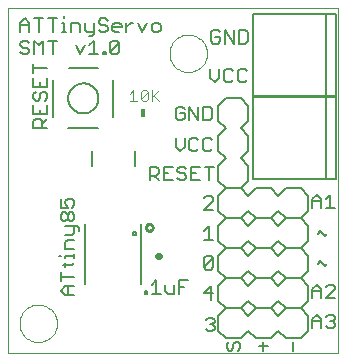
<source format=gto>
G75*
G70*
%OFA0B0*%
%FSLAX24Y24*%
%IPPOS*%
%LPD*%
%AMOC8*
5,1,8,0,0,1.08239X$1,22.5*
%
%ADD10C,0.0000*%
%ADD11C,0.0050*%
%ADD12C,0.0100*%
%ADD13C,0.0080*%
%ADD14R,0.0180X0.0300*%
%ADD15C,0.0040*%
%ADD16C,0.0060*%
%ADD17C,0.0220*%
D10*
X000150Y000550D02*
X000150Y012050D01*
X011150Y012050D01*
X011150Y000550D01*
X000150Y000550D01*
X000525Y001550D02*
X000527Y001600D01*
X000533Y001649D01*
X000543Y001698D01*
X000556Y001745D01*
X000574Y001792D01*
X000595Y001837D01*
X000619Y001880D01*
X000647Y001921D01*
X000678Y001960D01*
X000712Y001996D01*
X000749Y002030D01*
X000789Y002060D01*
X000830Y002087D01*
X000874Y002111D01*
X000919Y002131D01*
X000966Y002147D01*
X001014Y002160D01*
X001063Y002169D01*
X001113Y002174D01*
X001162Y002175D01*
X001212Y002172D01*
X001261Y002165D01*
X001310Y002154D01*
X001357Y002140D01*
X001403Y002121D01*
X001448Y002099D01*
X001491Y002074D01*
X001531Y002045D01*
X001569Y002013D01*
X001605Y001979D01*
X001638Y001941D01*
X001667Y001901D01*
X001693Y001859D01*
X001716Y001815D01*
X001735Y001769D01*
X001751Y001722D01*
X001763Y001673D01*
X001771Y001624D01*
X001775Y001575D01*
X001775Y001525D01*
X001771Y001476D01*
X001763Y001427D01*
X001751Y001378D01*
X001735Y001331D01*
X001716Y001285D01*
X001693Y001241D01*
X001667Y001199D01*
X001638Y001159D01*
X001605Y001121D01*
X001569Y001087D01*
X001531Y001055D01*
X001491Y001026D01*
X001448Y001001D01*
X001403Y000979D01*
X001357Y000960D01*
X001310Y000946D01*
X001261Y000935D01*
X001212Y000928D01*
X001162Y000925D01*
X001113Y000926D01*
X001063Y000931D01*
X001014Y000940D01*
X000966Y000953D01*
X000919Y000969D01*
X000874Y000989D01*
X000830Y001013D01*
X000789Y001040D01*
X000749Y001070D01*
X000712Y001104D01*
X000678Y001140D01*
X000647Y001179D01*
X000619Y001220D01*
X000595Y001263D01*
X000574Y001308D01*
X000556Y001355D01*
X000543Y001402D01*
X000533Y001451D01*
X000527Y001500D01*
X000525Y001550D01*
X005525Y010550D02*
X005527Y010600D01*
X005533Y010649D01*
X005543Y010698D01*
X005556Y010745D01*
X005574Y010792D01*
X005595Y010837D01*
X005619Y010880D01*
X005647Y010921D01*
X005678Y010960D01*
X005712Y010996D01*
X005749Y011030D01*
X005789Y011060D01*
X005830Y011087D01*
X005874Y011111D01*
X005919Y011131D01*
X005966Y011147D01*
X006014Y011160D01*
X006063Y011169D01*
X006113Y011174D01*
X006162Y011175D01*
X006212Y011172D01*
X006261Y011165D01*
X006310Y011154D01*
X006357Y011140D01*
X006403Y011121D01*
X006448Y011099D01*
X006491Y011074D01*
X006531Y011045D01*
X006569Y011013D01*
X006605Y010979D01*
X006638Y010941D01*
X006667Y010901D01*
X006693Y010859D01*
X006716Y010815D01*
X006735Y010769D01*
X006751Y010722D01*
X006763Y010673D01*
X006771Y010624D01*
X006775Y010575D01*
X006775Y010525D01*
X006771Y010476D01*
X006763Y010427D01*
X006751Y010378D01*
X006735Y010331D01*
X006716Y010285D01*
X006693Y010241D01*
X006667Y010199D01*
X006638Y010159D01*
X006605Y010121D01*
X006569Y010087D01*
X006531Y010055D01*
X006491Y010026D01*
X006448Y010001D01*
X006403Y009979D01*
X006357Y009960D01*
X006310Y009946D01*
X006261Y009935D01*
X006212Y009928D01*
X006162Y009925D01*
X006113Y009926D01*
X006063Y009931D01*
X006014Y009940D01*
X005966Y009953D01*
X005919Y009969D01*
X005874Y009989D01*
X005830Y010013D01*
X005789Y010040D01*
X005749Y010070D01*
X005712Y010104D01*
X005678Y010140D01*
X005647Y010179D01*
X005619Y010220D01*
X005595Y010263D01*
X005574Y010308D01*
X005556Y010355D01*
X005543Y010402D01*
X005533Y010451D01*
X005527Y010500D01*
X005525Y010550D01*
D11*
X005154Y011265D02*
X005004Y011265D01*
X004929Y011340D01*
X004929Y011490D01*
X005004Y011565D01*
X005154Y011565D01*
X005229Y011490D01*
X005229Y011340D01*
X005154Y011265D01*
X004769Y011565D02*
X004618Y011265D01*
X004468Y011565D01*
X004310Y011565D02*
X004235Y011565D01*
X004085Y011415D01*
X004085Y011265D02*
X004085Y011565D01*
X003925Y011490D02*
X003925Y011415D01*
X003624Y011415D01*
X003624Y011340D02*
X003624Y011490D01*
X003699Y011565D01*
X003849Y011565D01*
X003925Y011490D01*
X003849Y011265D02*
X003699Y011265D01*
X003624Y011340D01*
X003464Y011340D02*
X003464Y011415D01*
X003389Y011490D01*
X003239Y011490D01*
X003164Y011565D01*
X003164Y011640D01*
X003239Y011715D01*
X003389Y011715D01*
X003464Y011640D01*
X003464Y011340D02*
X003389Y011265D01*
X003239Y011265D01*
X003164Y011340D01*
X003004Y011265D02*
X002779Y011265D01*
X002703Y011340D01*
X002703Y011565D01*
X002543Y011490D02*
X002543Y011265D01*
X002543Y011490D02*
X002468Y011565D01*
X002243Y011565D01*
X002243Y011265D01*
X002086Y011265D02*
X001936Y011265D01*
X002011Y011265D02*
X002011Y011565D01*
X001936Y011565D01*
X002011Y011715D02*
X002011Y011790D01*
X001776Y011715D02*
X001476Y011715D01*
X001316Y011715D02*
X001015Y011715D01*
X001166Y011715D02*
X001166Y011265D01*
X000855Y011265D02*
X000855Y011565D01*
X000705Y011715D01*
X000555Y011565D01*
X000555Y011265D01*
X000555Y011490D02*
X000855Y011490D01*
X000780Y010965D02*
X000630Y010965D01*
X000555Y010890D01*
X000555Y010815D01*
X000630Y010740D01*
X000780Y010740D01*
X000855Y010665D01*
X000855Y010590D01*
X000780Y010515D01*
X000630Y010515D01*
X000555Y010590D01*
X000855Y010890D02*
X000780Y010965D01*
X001015Y010965D02*
X001166Y010815D01*
X001316Y010965D01*
X001316Y010515D01*
X001015Y010515D02*
X001015Y010965D01*
X001476Y010965D02*
X001776Y010965D01*
X001626Y010965D02*
X001626Y010515D01*
X001435Y010047D02*
X000985Y010047D01*
X000985Y009897D02*
X000985Y010197D01*
X000985Y009736D02*
X000985Y009436D01*
X001435Y009436D01*
X001435Y009736D01*
X001210Y009586D02*
X001210Y009436D01*
X001285Y009276D02*
X001360Y009276D01*
X001435Y009201D01*
X001435Y009051D01*
X001360Y008976D01*
X001210Y009051D02*
X001210Y009201D01*
X001285Y009276D01*
X001060Y009276D02*
X000985Y009201D01*
X000985Y009051D01*
X001060Y008976D01*
X001135Y008976D01*
X001210Y009051D01*
X001435Y008816D02*
X001435Y008515D01*
X000985Y008515D01*
X000985Y008816D01*
X001210Y008666D02*
X001210Y008515D01*
X001210Y008355D02*
X001060Y008355D01*
X000985Y008280D01*
X000985Y008055D01*
X001435Y008055D01*
X001285Y008055D02*
X001285Y008280D01*
X001210Y008355D01*
X001285Y008205D02*
X001435Y008355D01*
X002547Y010515D02*
X002697Y010815D01*
X002857Y010815D02*
X003007Y010965D01*
X003007Y010515D01*
X002857Y010515D02*
X003157Y010515D01*
X003317Y010515D02*
X003392Y010515D01*
X003392Y010590D01*
X003317Y010590D01*
X003317Y010515D01*
X003548Y010590D02*
X003848Y010890D01*
X003848Y010590D01*
X003773Y010515D01*
X003623Y010515D01*
X003548Y010590D01*
X003548Y010890D01*
X003623Y010965D01*
X003773Y010965D01*
X003848Y010890D01*
X003004Y011190D02*
X002929Y011115D01*
X002854Y011115D01*
X003004Y011190D02*
X003004Y011565D01*
X002397Y010815D02*
X002547Y010515D01*
X001626Y011265D02*
X001626Y011715D01*
X005725Y008700D02*
X005725Y008400D01*
X005800Y008325D01*
X005950Y008325D01*
X006025Y008400D01*
X006025Y008550D01*
X005875Y008550D01*
X005725Y008700D02*
X005800Y008775D01*
X005950Y008775D01*
X006025Y008700D01*
X006185Y008775D02*
X006486Y008325D01*
X006486Y008775D01*
X006646Y008775D02*
X006871Y008775D01*
X006946Y008700D01*
X006946Y008400D01*
X006871Y008325D01*
X006646Y008325D01*
X006646Y008775D01*
X006185Y008775D02*
X006185Y008325D01*
X006260Y007745D02*
X006185Y007670D01*
X006185Y007370D01*
X006260Y007295D01*
X006411Y007295D01*
X006486Y007370D01*
X006646Y007370D02*
X006646Y007670D01*
X006721Y007745D01*
X006871Y007745D01*
X006946Y007670D01*
X006946Y007370D02*
X006871Y007295D01*
X006721Y007295D01*
X006646Y007370D01*
X006486Y007670D02*
X006411Y007745D01*
X006260Y007745D01*
X006025Y007745D02*
X006025Y007445D01*
X005875Y007295D01*
X005725Y007445D01*
X005725Y007745D01*
X005626Y006775D02*
X005325Y006775D01*
X005325Y006325D01*
X005626Y006325D01*
X005786Y006400D02*
X005861Y006325D01*
X006011Y006325D01*
X006086Y006400D01*
X006086Y006475D01*
X006011Y006550D01*
X005861Y006550D01*
X005786Y006625D01*
X005786Y006700D01*
X005861Y006775D01*
X006011Y006775D01*
X006086Y006700D01*
X006246Y006775D02*
X006246Y006325D01*
X006546Y006325D01*
X006396Y006550D02*
X006246Y006550D01*
X006246Y006775D02*
X006546Y006775D01*
X006707Y006775D02*
X007007Y006775D01*
X006857Y006775D02*
X006857Y006325D01*
X006900Y005795D02*
X006750Y005795D01*
X006675Y005720D01*
X006900Y005795D02*
X006975Y005720D01*
X006975Y005645D01*
X006675Y005345D01*
X006975Y005345D01*
X006825Y004795D02*
X006825Y004345D01*
X006675Y004345D02*
X006975Y004345D01*
X006675Y004645D02*
X006825Y004795D01*
X006750Y003795D02*
X006900Y003795D01*
X006975Y003720D01*
X006675Y003420D01*
X006750Y003345D01*
X006900Y003345D01*
X006975Y003420D01*
X006975Y003720D01*
X006750Y003795D02*
X006675Y003720D01*
X006675Y003420D01*
X006146Y002995D02*
X005846Y002995D01*
X005846Y002545D01*
X005686Y002545D02*
X005686Y002845D01*
X005846Y002770D02*
X005996Y002770D01*
X005686Y002545D02*
X005461Y002545D01*
X005386Y002620D01*
X005386Y002845D01*
X005225Y002545D02*
X004925Y002545D01*
X005075Y002545D02*
X005075Y002995D01*
X004925Y002845D01*
X004770Y002620D02*
X004770Y002545D01*
X004695Y002545D01*
X004695Y002620D01*
X004770Y002620D01*
X006675Y002570D02*
X006975Y002570D01*
X006900Y002345D02*
X006900Y002795D01*
X006675Y002570D01*
X006800Y001745D02*
X006950Y001745D01*
X007025Y001670D01*
X007025Y001595D01*
X006950Y001520D01*
X007025Y001445D01*
X007025Y001370D01*
X006950Y001295D01*
X006800Y001295D01*
X006725Y001370D01*
X006875Y001520D02*
X006950Y001520D01*
X006725Y001670D02*
X006800Y001745D01*
X007500Y000945D02*
X007425Y000870D01*
X007425Y000720D01*
X007500Y000645D01*
X007575Y000645D01*
X007650Y000720D01*
X007650Y000870D01*
X007725Y000945D01*
X007800Y000945D01*
X007875Y000870D01*
X007875Y000720D01*
X007800Y000645D01*
X008500Y000795D02*
X008800Y000795D01*
X008650Y000645D02*
X008650Y000945D01*
X009650Y000945D02*
X009650Y000645D01*
X010275Y001395D02*
X010275Y001695D01*
X010425Y001845D01*
X010575Y001695D01*
X010575Y001395D01*
X010735Y001470D02*
X010810Y001395D01*
X010961Y001395D01*
X011036Y001470D01*
X011036Y001545D01*
X010961Y001620D01*
X010886Y001620D01*
X010961Y001620D02*
X011036Y001695D01*
X011036Y001770D01*
X010961Y001845D01*
X010810Y001845D01*
X010735Y001770D01*
X010575Y001620D02*
X010275Y001620D01*
X010275Y002395D02*
X010275Y002695D01*
X010425Y002845D01*
X010575Y002695D01*
X010575Y002395D01*
X010735Y002395D02*
X011036Y002695D01*
X011036Y002770D01*
X010961Y002845D01*
X010810Y002845D01*
X010735Y002770D01*
X010575Y002620D02*
X010275Y002620D01*
X010735Y002395D02*
X011036Y002395D01*
X010700Y003470D02*
X010775Y003545D01*
X010700Y003470D02*
X010550Y003620D01*
X010475Y003545D01*
X010700Y004470D02*
X010775Y004545D01*
X010700Y004470D02*
X010550Y004620D01*
X010475Y004545D01*
X010575Y005395D02*
X010575Y005695D01*
X010425Y005845D01*
X010275Y005695D01*
X010275Y005395D01*
X010275Y005620D02*
X010575Y005620D01*
X010735Y005695D02*
X010886Y005845D01*
X010886Y005395D01*
X011036Y005395D02*
X010735Y005395D01*
X008031Y009585D02*
X007881Y009585D01*
X007806Y009660D01*
X007806Y009960D01*
X007881Y010035D01*
X008031Y010035D01*
X008106Y009960D01*
X008106Y009660D02*
X008031Y009585D01*
X007646Y009660D02*
X007571Y009585D01*
X007420Y009585D01*
X007345Y009660D01*
X007345Y009960D01*
X007420Y010035D01*
X007571Y010035D01*
X007646Y009960D01*
X007185Y010035D02*
X007185Y009735D01*
X007035Y009585D01*
X006885Y009735D01*
X006885Y010035D01*
X006980Y010875D02*
X006905Y010950D01*
X006905Y011250D01*
X006980Y011325D01*
X007130Y011325D01*
X007205Y011250D01*
X007205Y011100D02*
X007055Y011100D01*
X007205Y011100D02*
X007205Y010950D01*
X007130Y010875D01*
X006980Y010875D01*
X007365Y010875D02*
X007365Y011325D01*
X007666Y010875D01*
X007666Y011325D01*
X007826Y011325D02*
X008051Y011325D01*
X008126Y011250D01*
X008126Y010950D01*
X008051Y010875D01*
X007826Y010875D01*
X007826Y011325D01*
X005090Y006775D02*
X004865Y006775D01*
X004865Y006325D01*
X004865Y006475D02*
X005090Y006475D01*
X005165Y006550D01*
X005165Y006700D01*
X005090Y006775D01*
X005015Y006475D02*
X005165Y006325D01*
X005325Y006550D02*
X005476Y006550D01*
X002505Y004715D02*
X002505Y004640D01*
X002505Y004715D02*
X002430Y004790D01*
X002055Y004790D01*
X002055Y004950D02*
X001980Y004950D01*
X001905Y005025D01*
X001905Y005176D01*
X001980Y005251D01*
X002055Y005251D01*
X002130Y005176D01*
X002130Y005025D01*
X002055Y004950D01*
X002130Y005025D02*
X002205Y004950D01*
X002280Y004950D01*
X002355Y005025D01*
X002355Y005176D01*
X002280Y005251D01*
X002205Y005251D01*
X002130Y005176D01*
X002130Y005411D02*
X001905Y005411D01*
X001905Y005711D01*
X002055Y005636D02*
X002055Y005561D01*
X002130Y005411D01*
X002280Y005411D02*
X002355Y005486D01*
X002355Y005636D01*
X002280Y005711D01*
X002130Y005711D01*
X002055Y005636D01*
X002355Y004790D02*
X002355Y004565D01*
X002280Y004490D01*
X002055Y004490D01*
X002130Y004330D02*
X002355Y004330D01*
X002130Y004330D02*
X002055Y004255D01*
X002055Y004030D01*
X002355Y004030D01*
X002355Y003873D02*
X002355Y003723D01*
X002355Y003798D02*
X002055Y003798D01*
X002055Y003723D01*
X002055Y003566D02*
X002055Y003416D01*
X001980Y003491D02*
X002280Y003491D01*
X002355Y003566D01*
X002355Y003106D02*
X001905Y003106D01*
X001905Y003256D02*
X001905Y002955D01*
X002055Y002795D02*
X002355Y002795D01*
X002130Y002795D02*
X002130Y002495D01*
X002055Y002495D02*
X001905Y002645D01*
X002055Y002795D01*
X002055Y002495D02*
X002355Y002495D01*
X001905Y003798D02*
X001830Y003798D01*
D12*
X004738Y004750D02*
X004740Y004771D01*
X004746Y004790D01*
X004755Y004809D01*
X004767Y004825D01*
X004783Y004839D01*
X004800Y004850D01*
X004819Y004858D01*
X004840Y004862D01*
X004860Y004862D01*
X004881Y004858D01*
X004900Y004850D01*
X004917Y004839D01*
X004933Y004825D01*
X004945Y004809D01*
X004954Y004790D01*
X004960Y004771D01*
X004962Y004750D01*
X004960Y004729D01*
X004954Y004710D01*
X004945Y004691D01*
X004933Y004675D01*
X004917Y004661D01*
X004900Y004650D01*
X004881Y004642D01*
X004860Y004638D01*
X004840Y004638D01*
X004819Y004642D01*
X004800Y004650D01*
X004783Y004661D01*
X004767Y004675D01*
X004755Y004691D01*
X004746Y004710D01*
X004740Y004729D01*
X004738Y004750D01*
D13*
X004303Y004540D02*
X004305Y004555D01*
X004311Y004568D01*
X004320Y004580D01*
X004331Y004589D01*
X004345Y004595D01*
X004360Y004597D01*
X004375Y004595D01*
X004388Y004589D01*
X004400Y004580D01*
X004409Y004569D01*
X004415Y004555D01*
X004417Y004540D01*
X004415Y004525D01*
X004409Y004512D01*
X004400Y004500D01*
X004389Y004491D01*
X004375Y004485D01*
X004360Y004483D01*
X004345Y004485D01*
X004332Y004491D01*
X004320Y004500D01*
X004311Y004511D01*
X004305Y004525D01*
X004303Y004540D01*
X004359Y006794D02*
X004359Y007306D01*
X003650Y008444D02*
X003650Y009656D01*
X003138Y010050D02*
X002162Y010050D01*
X001650Y009656D02*
X001650Y008444D01*
X002150Y008050D02*
X003138Y008050D01*
X002941Y007306D02*
X002941Y006794D01*
X002150Y009050D02*
X002152Y009094D01*
X002158Y009138D01*
X002168Y009181D01*
X002181Y009223D01*
X002198Y009264D01*
X002219Y009303D01*
X002243Y009340D01*
X002270Y009375D01*
X002300Y009407D01*
X002333Y009437D01*
X002369Y009463D01*
X002406Y009487D01*
X002446Y009506D01*
X002487Y009523D01*
X002530Y009535D01*
X002573Y009544D01*
X002617Y009549D01*
X002661Y009550D01*
X002705Y009547D01*
X002749Y009540D01*
X002792Y009529D01*
X002834Y009515D01*
X002874Y009497D01*
X002913Y009475D01*
X002949Y009451D01*
X002983Y009423D01*
X003015Y009392D01*
X003044Y009358D01*
X003070Y009322D01*
X003092Y009284D01*
X003111Y009244D01*
X003126Y009202D01*
X003138Y009160D01*
X003146Y009116D01*
X003150Y009072D01*
X003150Y009028D01*
X003146Y008984D01*
X003138Y008940D01*
X003126Y008898D01*
X003111Y008856D01*
X003092Y008816D01*
X003070Y008778D01*
X003044Y008742D01*
X003015Y008708D01*
X002983Y008677D01*
X002949Y008649D01*
X002913Y008625D01*
X002874Y008603D01*
X002834Y008585D01*
X002792Y008571D01*
X002749Y008560D01*
X002705Y008553D01*
X002661Y008550D01*
X002617Y008551D01*
X002573Y008556D01*
X002530Y008565D01*
X002487Y008577D01*
X002446Y008594D01*
X002406Y008613D01*
X002369Y008637D01*
X002333Y008663D01*
X002300Y008693D01*
X002270Y008725D01*
X002243Y008760D01*
X002219Y008797D01*
X002198Y008836D01*
X002181Y008877D01*
X002168Y008919D01*
X002158Y008962D01*
X002152Y009006D01*
X002150Y009050D01*
X007150Y008800D02*
X007150Y008300D01*
X007400Y008050D01*
X007150Y007800D01*
X007150Y007300D01*
X007400Y007050D01*
X007150Y006800D01*
X007150Y006300D01*
X007400Y006050D01*
X007900Y006050D01*
X008150Y006300D01*
X008150Y006800D01*
X007900Y007050D01*
X008150Y007300D01*
X008150Y007800D01*
X007900Y008050D01*
X008150Y008300D01*
X008150Y008800D01*
X007900Y009050D01*
X007400Y009050D01*
X007150Y008800D01*
X008311Y009111D02*
X010752Y009111D01*
X010752Y011867D01*
X011067Y011867D01*
X011067Y009111D01*
X010752Y009111D01*
X010752Y009117D02*
X010752Y006361D01*
X008311Y006361D01*
X008311Y009117D01*
X010752Y009117D01*
X011067Y009117D01*
X011067Y006361D01*
X010752Y006361D01*
X010150Y005800D02*
X010150Y005300D01*
X009900Y005050D01*
X009400Y005050D01*
X009150Y005300D01*
X008900Y005050D01*
X008400Y005050D01*
X008150Y005300D01*
X007900Y005050D01*
X007400Y005050D01*
X007150Y005300D01*
X007150Y005800D01*
X007400Y006050D01*
X007900Y006050D01*
X008150Y005800D01*
X008400Y006050D01*
X008900Y006050D01*
X009150Y005800D01*
X009400Y006050D01*
X009900Y006050D01*
X010150Y005800D01*
X009900Y005050D02*
X009400Y005050D01*
X009150Y004800D01*
X008900Y005050D01*
X008400Y005050D01*
X008150Y004800D01*
X007900Y005050D01*
X007400Y005050D01*
X007150Y004800D01*
X007150Y004300D01*
X007400Y004050D01*
X007900Y004050D01*
X008150Y004300D01*
X008400Y004050D01*
X008900Y004050D01*
X009150Y004300D01*
X009400Y004050D01*
X009900Y004050D01*
X010150Y004300D01*
X010150Y004800D01*
X009900Y005050D01*
X009900Y004050D02*
X009400Y004050D01*
X009150Y003800D01*
X008900Y004050D01*
X008400Y004050D01*
X008150Y003800D01*
X007900Y004050D01*
X007400Y004050D01*
X007150Y003800D01*
X007150Y003300D01*
X007400Y003050D01*
X007150Y002800D01*
X007150Y002300D01*
X007400Y002050D01*
X007150Y001800D01*
X007150Y001300D01*
X007400Y001050D01*
X007900Y001050D01*
X008150Y001300D01*
X008400Y001050D01*
X008900Y001050D01*
X009150Y001300D01*
X009400Y001050D01*
X009900Y001050D01*
X010150Y001300D01*
X010150Y001800D01*
X009900Y002050D01*
X009400Y002050D01*
X009150Y001800D01*
X008900Y002050D01*
X008400Y002050D01*
X008150Y001800D01*
X007900Y002050D01*
X007400Y002050D01*
X007900Y002050D01*
X008150Y002300D01*
X008400Y002050D01*
X008900Y002050D01*
X009150Y002300D01*
X009400Y002050D01*
X009900Y002050D01*
X010150Y002300D01*
X010150Y002800D01*
X009900Y003050D01*
X009400Y003050D01*
X009150Y002800D01*
X008900Y003050D01*
X008400Y003050D01*
X008150Y002800D01*
X007900Y003050D01*
X007400Y003050D01*
X007900Y003050D01*
X008150Y003300D01*
X008400Y003050D01*
X008900Y003050D01*
X009150Y003300D01*
X009400Y003050D01*
X009900Y003050D01*
X010150Y003300D01*
X010150Y003800D01*
X009900Y004050D01*
X008311Y009111D02*
X008311Y011867D01*
X010752Y011867D01*
D14*
X004650Y008550D03*
D15*
X004628Y008960D02*
X004568Y009020D01*
X004809Y009260D01*
X004809Y009020D01*
X004748Y008960D01*
X004628Y008960D01*
X004568Y009020D02*
X004568Y009260D01*
X004628Y009320D01*
X004748Y009320D01*
X004809Y009260D01*
X004937Y009320D02*
X004937Y008960D01*
X004937Y009080D02*
X005177Y009320D01*
X004997Y009140D02*
X005177Y008960D01*
X004440Y008960D02*
X004200Y008960D01*
X004320Y008960D02*
X004320Y009320D01*
X004200Y009200D01*
D16*
X004580Y004860D02*
X004580Y002850D01*
X002720Y002850D02*
X002720Y004860D01*
D17*
X005138Y003800D02*
X005162Y003800D01*
M02*

</source>
